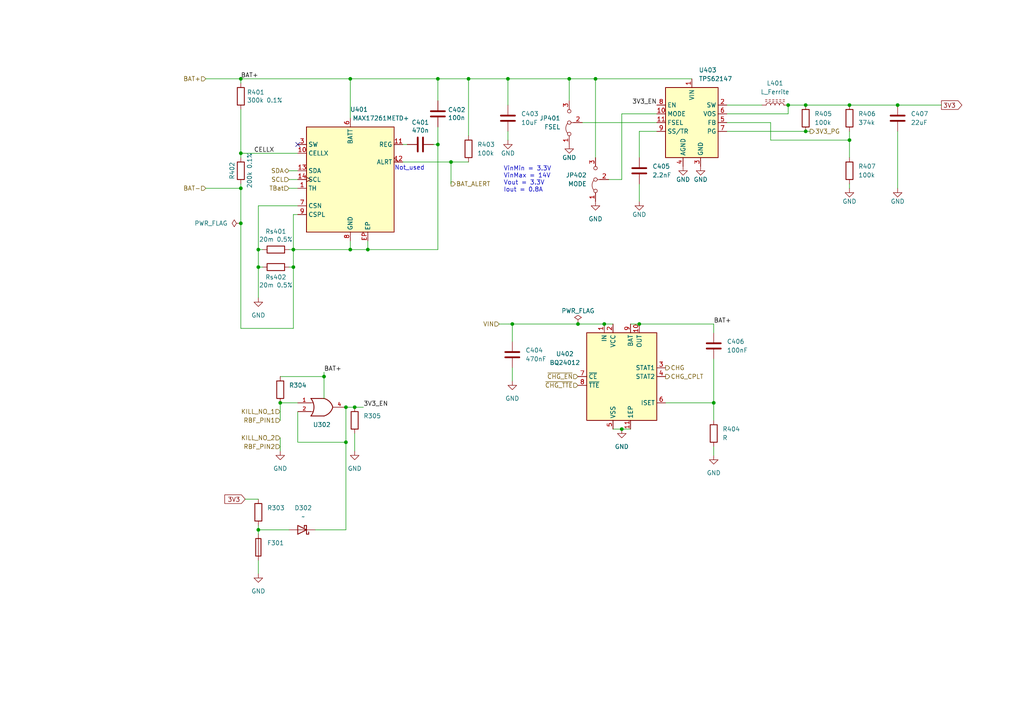
<source format=kicad_sch>
(kicad_sch (version 20211123) (generator eeschema)
  (paper "A4")
  (lib_symbols
    (symbol "74xGxx:74AUP1G32" (pin_names (offset 1.016))
      (property "Reference" "U" (at -2.54 3.81 0))
      (property "Value" "74AUP1G32" (at 0 -3.81 0))
      (symbol "74AUP1G32_0_1"
        (arc (start -3.81 -2.54) (mid -2.919 0) (end -3.81 2.54) (stroke (width 0.254)))
        (arc (start 0 -2.54) (mid 1.5993 -1.6027) (end 2.54 0) (stroke (width 0.254)))
        (polyline (pts (xy -3.81 -1.27) (xy -3.175 -1.27)))
        (polyline (pts (xy -3.81 1.27) (xy -3.175 1.27)))
        (polyline (pts (xy 0 -2.54) (xy -3.81 -2.54)) (stroke (width 0.254)) (fill (type background)))
        (polyline (pts (xy 0 2.54) (xy -3.81 2.54)) (stroke (width 0.254)) (fill (type background)))
        (arc (start 2.54 0) (mid 1.6119 1.6152) (end 0 2.54) (stroke (width 0.254)))
      )
      (symbol "74AUP1G32_1_1"
        (pin input line (at -7.62 1.27 0) (length 3.81) (name "~") (number "1"))
        (pin input line (at -7.62 -1.27 0) (length 3.81) (name "~") (number "2"))
        (pin power_in line (at 0 -2.54 270) (length 0) hide (name "GND") (number "3"))
        (pin output line (at 6.35 0 180) (length 3.81) (name "~") (number "4"))
        (pin power_in line (at 0 2.54 90) (length 0) hide (name "VCC") (number "5"))
      )
    )
    (symbol "Device:C" (pin_numbers hide) (pin_names (offset 0.254))
      (property "Reference" "C" (at 0.635 2.54 0))
      (property "Value" "C" (at 0.635 -2.54 0))
      (symbol "C_0_1"
        (polyline (pts (xy -2.032 -0.762) (xy 2.032 -0.762)) (stroke (width 0.508)))
        (polyline (pts (xy -2.032 0.762) (xy 2.032 0.762)) (stroke (width 0.508)))
      )
      (symbol "C_1_1"
        (pin passive line (at 0 3.81 270) (length 2.794) (name "~") (number "1"))
        (pin passive line (at 0 -3.81 90) (length 2.794) (name "~") (number "2"))
      )
    )
    (symbol "Device:Fuse" (pin_numbers hide) (pin_names (offset 0))
      (property "Reference" "F" (at 2.032 0 90))
      (property "Value" "Fuse" (at -1.905 0 90))
      (symbol "Fuse_0_1"
        (rectangle (start -0.762 -2.54) (end 0.762 2.54) (stroke (width 0.254)))
        (polyline (pts (xy 0 2.54) (xy 0 -2.54)))
      )
      (symbol "Fuse_1_1"
        (pin passive line (at 0 3.81 270) (length 1.27) (name "~") (number "1"))
        (pin passive line (at 0 -3.81 90) (length 1.27) (name "~") (number "2"))
      )
    )
    (symbol "Device:L_Ferrite" (pin_numbers hide) (pin_names (offset 1.016) hide)
      (property "Reference" "L" (at -1.27 0 90))
      (property "Value" "L_Ferrite" (at 2.794 0 90))
      (symbol "L_Ferrite_0_1"
        (arc (start 0 -2.54) (mid 0.635 -1.905) (end 0 -1.27))
        (arc (start 0 -1.27) (mid 0.635 -0.635) (end 0 0))
        (polyline (pts (xy 1.016 -2.794) (xy 1.016 -2.286)))
        (polyline (pts (xy 1.016 -1.778) (xy 1.016 -1.27)))
        (polyline (pts (xy 1.016 -0.762) (xy 1.016 -0.254)))
        (polyline (pts (xy 1.016 0.254) (xy 1.016 0.762)))
        (polyline (pts (xy 1.016 1.27) (xy 1.016 1.778)))
        (polyline (pts (xy 1.016 2.286) (xy 1.016 2.794)))
        (polyline (pts (xy 1.524 -2.286) (xy 1.524 -2.794)))
        (polyline (pts (xy 1.524 -1.27) (xy 1.524 -1.778)))
        (polyline (pts (xy 1.524 -0.254) (xy 1.524 -0.762)))
        (polyline (pts (xy 1.524 0.762) (xy 1.524 0.254)))
        (polyline (pts (xy 1.524 1.778) (xy 1.524 1.27)))
        (polyline (pts (xy 1.524 2.794) (xy 1.524 2.286)))
        (arc (start 0 0) (mid 0.635 0.635) (end 0 1.27))
        (arc (start 0 1.27) (mid 0.635 1.905) (end 0 2.54))
      )
      (symbol "L_Ferrite_1_1"
        (pin passive line (at 0 3.81 270) (length 1.27) (name "1") (number "1"))
        (pin passive line (at 0 -3.81 90) (length 1.27) (name "2") (number "2"))
      )
    )
    (symbol "Device:R" (pin_numbers hide) (pin_names (offset 0))
      (property "Reference" "R" (at 2.032 0 90))
      (property "Value" "R" (at 0 0 90))
      (symbol "R_0_1"
        (rectangle (start -1.016 -2.54) (end 1.016 2.54) (stroke (width 0.254)))
      )
      (symbol "R_1_1"
        (pin passive line (at 0 3.81 270) (length 1.27) (name "~") (number "1"))
        (pin passive line (at 0 -3.81 90) (length 1.27) (name "~") (number "2"))
      )
    )
    (symbol "Jumper:Jumper_3_Bridged12" (pin_names (offset 0) hide)
      (property "Reference" "JP" (at -2.54 -2.54 0))
      (property "Value" "Jumper_3_Bridged12" (at 0 2.794 0))
      (symbol "Jumper_3_Bridged12_0_0"
        (circle (center -3.302 0) (radius 0.508))
        (circle (center 0 0) (radius 0.508))
        (circle (center 3.302 0) (radius 0.508))
      )
      (symbol "Jumper_3_Bridged12_0_1"
        (arc (start -0.254 0.508) (mid -1.651 0.9912) (end -3.048 0.508))
        (polyline (pts (xy 0 -1.27) (xy 0 -0.508)))
      )
      (symbol "Jumper_3_Bridged12_1_1"
        (pin passive line (at -6.35 0 0) (length 2.54) (name "A") (number "1"))
        (pin passive line (at 0 -3.81 90) (length 2.54) (name "C") (number "2"))
        (pin passive line (at 6.35 0 180) (length 2.54) (name "B") (number "3"))
      )
    )
    (symbol "lsf-kicad:BQ24013"
      (property "Reference" "U401" (at -16.51 4.3307 0))
      (property "Value" "BQ24013" (at -16.51 1.7907 0))
      (symbol "BQ24013_0_1"
        (rectangle (start -10.16 12.7) (end 10.16 -12.7) (stroke (width 0.254)) (fill (type background)))
      )
      (symbol "BQ24013_1_1"
        (pin power_in line (at -5.08 15.24 270) (length 2.54) (name "IN") (number "1"))
        (pin power_out line (at 5.08 15.24 270) (length 2.54) (name "OUT") (number "10"))
        (pin passive line (at 2.54 -15.24 90) (length 2.54) (name "1EP") (number "11"))
        (pin power_in line (at -2.54 15.24 270) (length 2.54) (name "VCC") (number "2"))
        (pin open_collector line (at 12.7 2.54 180) (length 2.54) (name "STAT1") (number "3"))
        (pin open_collector line (at 12.7 0 180) (length 2.54) (name "STAT2") (number "4"))
        (pin power_in line (at -2.54 -15.24 90) (length 2.54) (name "VSS") (number "5"))
        (pin output line (at 12.7 -7.62 180) (length 2.54) (name "ISET") (number "6"))
        (pin input line (at -12.7 0 0) (length 2.54) (name "~{CE}") (number "7"))
        (pin input line (at -12.7 -2.54 0) (length 2.54) (name "~{TTE}") (number "8"))
        (pin input line (at 2.54 15.24 270) (length 2.54) (name "BAT") (number "9"))
      )
    )
    (symbol "lsf-kicad:CDBU40-HF" (pin_numbers hide) (pin_names hide)
      (property "Reference" "D" (at 0.3175 6.35 0))
      (property "Value" "CDBU40-HF" (at 0.3175 3.81 0))
      (symbol "CDBU40-HF_0_1"
        (polyline (pts (xy 1.27 0) (xy -1.27 0)))
        (polyline (pts (xy 1.27 1.27) (xy 1.27 -1.27) (xy -1.27 0) (xy 1.27 1.27)) (stroke (width 0.254)))
        (polyline (pts (xy -1.905 0.635) (xy -1.905 1.27) (xy -1.27 1.27) (xy -1.27 -1.27) (xy -0.635 -1.27) (xy -0.635 -0.635)) (stroke (width 0.254)))
      )
      (symbol "CDBU40-HF_1_1"
        (pin passive line (at -3.81 0 0) (length 2.54) (name "K") (number "1"))
        (pin passive line (at 3.81 0 180) (length 2.54) (name "A") (number "2"))
      )
    )
    (symbol "lsf-kicad:MAX17261METD+"
      (property "Reference" "U" (at 0 5.08 0))
      (property "Value" "MAX17261METD+" (at 0 1.27 0))
      (symbol "MAX17261METD+_0_1"
        (rectangle (start -12.7 15.24) (end 12.7 -15.24) (stroke (width 0.254)) (fill (type background)))
      )
      (symbol "MAX17261METD+_1_1"
        (pin input line (at -15.24 -2.54 0) (length 2.54) (name "TH") (number "1"))
        (pin passive line (at -15.24 7.62 0) (length 2.54) (name "CELLX") (number "10"))
        (pin power_out line (at 15.24 10.16 180) (length 2.54) (name "REG") (number "11"))
        (pin open_collector output_low (at 15.24 5.08 180) (length 2.54) (name "ALRT") (number "12"))
        (pin bidirectional line (at -15.24 2.54 0) (length 2.54) (name "SDA") (number "13"))
        (pin input clock (at -15.24 0 0) (length 2.54) (name "SCL") (number "14"))
        (pin no_connect line (at -10.16 -17.78 90) (length 2.54) hide (name "NC") (number "2"))
        (pin output line (at -15.24 10.16 0) (length 2.54) (name "SW") (number "3"))
        (pin no_connect line (at -7.62 -17.78 90) (length 2.54) hide (name "NC") (number "4"))
        (pin no_connect line (at -5.08 -17.78 90) (length 2.54) hide (name "NC") (number "5"))
        (pin power_in line (at 0 17.78 270) (length 2.54) (name "BATT") (number "6"))
        (pin passive line (at -15.24 -7.62 0) (length 2.54) (name "CSN") (number "7"))
        (pin power_in line (at 0 -17.78 90) (length 2.54) (name "GND") (number "8"))
        (pin passive line (at -15.24 -10.16 0) (length 2.54) (name "CSPL") (number "9"))
        (pin power_in line (at 5.08 -17.78 90) (length 2.54) (name "EP") (number "EP"))
      )
    )
    (symbol "lsf-kicad:TPS62147"
      (property "Reference" "U" (at -7.62 12.7 0))
      (property "Value" "TPS62147" (at 7.62 12.7 0))
      (symbol "TPS62147_0_1"
        (rectangle (start -7.62 10.16) (end 7.62 -10.16) (stroke (width 0.254)) (fill (type background)))
      )
      (symbol "TPS62147_1_1"
        (pin power_in line (at 0 12.7 270) (length 2.54) (name "VIN") (number "1"))
        (pin input line (at -10.16 2.54 0) (length 2.54) (name "MODE") (number "10"))
        (pin input line (at -10.16 0 0) (length 2.54) (name "FSEL") (number "11"))
        (pin passive line (at 10.16 5.08 180) (length 2.54) (name "SW") (number "2"))
        (pin power_in line (at 2.54 -12.7 90) (length 2.54) (name "GND") (number "3"))
        (pin power_in line (at -2.54 -12.7 90) (length 2.54) (name "AGND") (number "4"))
        (pin input line (at 10.16 0 180) (length 2.54) (name "FB") (number "5"))
        (pin input line (at 10.16 2.54 180) (length 2.54) (name "VOS") (number "6"))
        (pin open_collector line (at 10.16 -2.54 180) (length 2.54) (name "PG") (number "7"))
        (pin input line (at -10.16 5.08 0) (length 2.54) (name "EN") (number "8"))
        (pin input line (at -10.16 -2.54 0) (length 2.54) (name "SS/TR") (number "9"))
      )
    )
    (symbol "power:GND" (power) (pin_names (offset 0))
      (property "Value" "GND" (at 0 -3.81 0))
      (symbol "GND_0_1"
        (polyline (pts (xy 0 0) (xy 0 -1.27) (xy 1.27 -1.27) (xy 0 -2.54) (xy -1.27 -1.27) (xy 0 -1.27)))
      )
      (symbol "GND_1_1"
        (pin power_in line (at 0 0 270) (length 0) hide (name "GND") (number "1"))
      )
    )
    (symbol "power:PWR_FLAG" (power) (pin_numbers hide) (pin_names (offset 0) hide)
      (property "Value" "PWR_FLAG" (at 0 3.81 0))
      (symbol "PWR_FLAG_0_0"
        (pin power_out line (at 0 0 90) (length 0) (name "pwr") (number "1"))
      )
      (symbol "PWR_FLAG_0_1"
        (polyline (pts (xy 0 0) (xy 0 1.27) (xy -1.016 1.905) (xy 0 2.54) (xy 1.016 1.905) (xy 0 1.27)))
      )
    )
  )
  (junction (at 102.87 118.11))
  (junction (at 101.6 22.86))
  (junction (at 81.28 116.84))
  (junction (at 74.93 72.39))
  (junction (at 135.89 22.86))
  (junction (at 93.98 109.22))
  (junction (at 69.85 22.86))
  (junction (at 233.68 38.1))
  (junction (at 165.1 22.86))
  (junction (at 100.33 118.11))
  (junction (at 246.38 30.48))
  (junction (at 167.64 93.98))
  (junction (at 85.09 77.47))
  (junction (at 74.93 153.67))
  (junction (at 207.01 116.84))
  (junction (at 260.35 30.48))
  (junction (at 233.68 30.48))
  (junction (at 100.33 128.27))
  (junction (at 69.85 44.45))
  (junction (at 147.32 22.86))
  (junction (at 175.26 93.98))
  (junction (at 246.38 40.64))
  (junction (at 148.59 93.98))
  (junction (at 69.85 54.61))
  (junction (at 85.09 72.39))
  (junction (at 130.81 46.99))
  (junction (at 74.93 77.47))
  (junction (at 127 22.86))
  (junction (at 101.6 72.39))
  (junction (at 185.42 93.98))
  (junction (at 106.68 72.39))
  (junction (at 172.72 22.86))
  (junction (at 228.6 30.48))
  (junction (at 69.85 64.77))
  (junction (at 127 41.91))
  (junction (at 180.34 124.46))
  (no_connect (at 86.36 41.91))
  (wire (pts (xy 81.28 116.84) (xy 86.36 116.84)))
  (wire (pts (xy 223.52 40.64) (xy 246.38 40.64)))
  (wire (pts (xy 207.01 104.14) (xy 207.01 116.84)))
  (wire (pts (xy 100.33 118.11) (xy 102.87 118.11)))
  (wire (pts (xy 86.36 128.27) (xy 100.33 128.27)))
  (wire (pts (xy 81.28 127) (xy 81.28 130.81)))
  (wire (pts (xy 101.6 34.29) (xy 101.6 22.86)))
  (wire (pts (xy 167.64 93.98) (xy 175.26 93.98)))
  (wire (pts (xy 101.6 69.85) (xy 101.6 72.39)))
  (wire (pts (xy 207.01 121.92) (xy 207.01 116.84)))
  (wire (pts (xy 127 41.91) (xy 127 72.39)))
  (wire (pts (xy 246.38 30.48) (xy 233.68 30.48)))
  (wire (pts (xy 69.85 44.45) (xy 69.85 45.72)))
  (wire (pts (xy 207.01 93.98) (xy 207.01 96.52)))
  (wire (pts (xy 233.68 38.1) (xy 210.82 38.1)))
  (wire (pts (xy 69.85 64.77) (xy 69.85 95.25)))
  (wire (pts (xy 228.6 33.02) (xy 228.6 30.48)))
  (wire (pts (xy 86.36 59.69) (xy 74.93 59.69)))
  (wire (pts (xy 69.85 54.61) (xy 69.85 53.34)))
  (wire (pts (xy 165.1 22.86) (xy 165.1 29.21)))
  (wire (pts (xy 127 41.91) (xy 125.73 41.91)))
  (wire (pts (xy 100.33 153.67) (xy 100.33 128.27)))
  (wire (pts (xy 106.68 72.39) (xy 127 72.39)))
  (wire (pts (xy 74.93 153.67) (xy 74.93 154.94)))
  (wire (pts (xy 185.42 93.98) (xy 207.01 93.98)))
  (wire (pts (xy 234.95 38.1) (xy 233.68 38.1)))
  (wire (pts (xy 207.01 116.84) (xy 193.04 116.84)))
  (wire (pts (xy 59.69 22.86) (xy 69.85 22.86)))
  (wire (pts (xy 210.82 30.48) (xy 220.98 30.48)))
  (wire (pts (xy 91.44 153.67) (xy 100.33 153.67)))
  (wire (pts (xy 246.38 54.61) (xy 246.38 53.34)))
  (wire (pts (xy 180.34 52.07) (xy 176.53 52.07)))
  (wire (pts (xy 74.93 153.67) (xy 83.82 153.67)))
  (wire (pts (xy 175.26 93.98) (xy 177.8 93.98)))
  (wire (pts (xy 83.82 52.07) (xy 86.36 52.07)))
  (wire (pts (xy 93.98 107.95) (xy 93.98 109.22)))
  (wire (pts (xy 86.36 62.23) (xy 85.09 62.23)))
  (wire (pts (xy 101.6 22.86) (xy 127 22.86)))
  (wire (pts (xy 116.84 41.91) (xy 118.11 41.91)))
  (wire (pts (xy 74.93 77.47) (xy 74.93 86.36)))
  (wire (pts (xy 246.38 40.64) (xy 246.38 38.1)))
  (wire (pts (xy 135.89 22.86) (xy 135.89 39.37)))
  (wire (pts (xy 69.85 54.61) (xy 69.85 64.77)))
  (wire (pts (xy 76.2 77.47) (xy 74.93 77.47)))
  (wire (pts (xy 69.85 22.86) (xy 69.85 24.13)))
  (wire (pts (xy 127 22.86) (xy 135.89 22.86)))
  (wire (pts (xy 86.36 54.61) (xy 83.82 54.61)))
  (wire (pts (xy 130.81 46.99) (xy 130.81 53.34)))
  (wire (pts (xy 69.85 95.25) (xy 85.09 95.25)))
  (wire (pts (xy 106.68 72.39) (xy 101.6 72.39)))
  (wire (pts (xy 147.32 30.48) (xy 147.32 22.86)))
  (wire (pts (xy 69.85 31.75) (xy 69.85 44.45)))
  (wire (pts (xy 180.34 33.02) (xy 180.34 52.07)))
  (wire (pts (xy 116.84 46.99) (xy 130.81 46.99)))
  (wire (pts (xy 81.28 109.22) (xy 93.98 109.22)))
  (wire (pts (xy 185.42 53.34) (xy 185.42 58.42)))
  (wire (pts (xy 130.81 46.99) (xy 135.89 46.99)))
  (wire (pts (xy 147.32 22.86) (xy 165.1 22.86)))
  (wire (pts (xy 86.36 119.38) (xy 86.36 128.27)))
  (wire (pts (xy 210.82 33.02) (xy 228.6 33.02)))
  (wire (pts (xy 223.52 35.56) (xy 223.52 40.64)))
  (wire (pts (xy 71.12 144.78) (xy 74.93 144.78)))
  (wire (pts (xy 74.93 162.56) (xy 74.93 166.37)))
  (wire (pts (xy 172.72 22.86) (xy 200.66 22.86)))
  (wire (pts (xy 83.82 49.53) (xy 86.36 49.53)))
  (wire (pts (xy 148.59 93.98) (xy 167.64 93.98)))
  (wire (pts (xy 106.68 69.85) (xy 106.68 72.39)))
  (wire (pts (xy 74.93 77.47) (xy 74.93 72.39)))
  (wire (pts (xy 59.69 54.61) (xy 69.85 54.61)))
  (wire (pts (xy 144.78 93.98) (xy 148.59 93.98)))
  (wire (pts (xy 148.59 93.98) (xy 148.59 99.06)))
  (wire (pts (xy 100.33 128.27) (xy 100.33 118.11)))
  (wire (pts (xy 210.82 35.56) (xy 223.52 35.56)))
  (wire (pts (xy 260.35 30.48) (xy 273.05 30.48)))
  (wire (pts (xy 168.91 35.56) (xy 190.5 35.56)))
  (wire (pts (xy 127 41.91) (xy 127 36.83)))
  (wire (pts (xy 135.89 22.86) (xy 147.32 22.86)))
  (wire (pts (xy 190.5 38.1) (xy 185.42 38.1)))
  (wire (pts (xy 74.93 72.39) (xy 76.2 72.39)))
  (wire (pts (xy 180.34 124.46) (xy 182.88 124.46)))
  (wire (pts (xy 182.88 93.98) (xy 185.42 93.98)))
  (wire (pts (xy 74.93 152.4) (xy 74.93 153.67)))
  (wire (pts (xy 233.68 30.48) (xy 228.6 30.48)))
  (wire (pts (xy 85.09 72.39) (xy 101.6 72.39)))
  (wire (pts (xy 85.09 62.23) (xy 85.09 72.39)))
  (wire (pts (xy 102.87 125.73) (xy 102.87 130.81)))
  (wire (pts (xy 85.09 95.25) (xy 85.09 77.47)))
  (wire (pts (xy 69.85 44.45) (xy 86.36 44.45)))
  (wire (pts (xy 147.32 40.64) (xy 147.32 38.1)))
  (wire (pts (xy 246.38 40.64) (xy 246.38 45.72)))
  (wire (pts (xy 260.35 54.61) (xy 260.35 38.1)))
  (wire (pts (xy 102.87 118.11) (xy 105.41 118.11)))
  (wire (pts (xy 81.28 116.84) (xy 81.28 121.92)))
  (wire (pts (xy 246.38 30.48) (xy 260.35 30.48)))
  (wire (pts (xy 165.1 22.86) (xy 172.72 22.86)))
  (wire (pts (xy 93.98 109.22) (xy 93.98 115.57)))
  (wire (pts (xy 207.01 132.08) (xy 207.01 129.54)))
  (wire (pts (xy 177.8 124.46) (xy 180.34 124.46)))
  (wire (pts (xy 74.93 59.69) (xy 74.93 72.39)))
  (wire (pts (xy 148.59 106.68) (xy 148.59 110.49)))
  (wire (pts (xy 190.5 33.02) (xy 180.34 33.02)))
  (wire (pts (xy 127 29.21) (xy 127 22.86)))
  (wire (pts (xy 101.6 22.86) (xy 69.85 22.86)))
  (wire (pts (xy 85.09 72.39) (xy 85.09 77.47)))
  (wire (pts (xy 85.09 77.47) (xy 83.82 77.47)))
  (wire (pts (xy 185.42 38.1) (xy 185.42 45.72)))
  (wire (pts (xy 172.72 22.86) (xy 172.72 45.72)))
  (wire (pts (xy 83.82 72.39) (xy 85.09 72.39)))
  (text "Not_used" (at 123.19 49.53 180) (effects (font (size 1.27 1.27)) (justify right bottom)))
  (text "VinMin = 3.3V\nVinMax = 14V\nVout = 3.3V\nIout = 0.8A" (at 146.05 55.88 0) (effects (font (size 1.27 1.27)) (justify left bottom)))
  (label "BAT+" (at 93.98 107.95 0))
  (label "3V3_EN" (at 190.5 30.48 180))
  (label "BAT+" (at 207.01 93.98 0))
  (label "BAT+" (at 69.85 22.86 0))
  (label "3V3_EN" (at 105.41 118.11 0))
  (label "CELLX" (at 73.66 44.45 0))
  (global_label "3V3" (shape output) (at 273.05 30.48 0) (property "Intersheet References" "${INTERSHEET_REFS}" (effects hide)))
  (global_label "3V3" (shape input) (at 71.12 144.78 180) (property "Intersheet References" "${INTERSHEET_REFS}" (effects hide)))
  (hierarchical_label "RBF_PIN2" (shape input) (at 81.28 129.54 180))
  (hierarchical_label "KILL_NO_2" (shape input) (at 81.28 127 180))
  (hierarchical_label "~{CHG_EN}" (shape input) (at 167.64 109.22 180))
  (hierarchical_label "BAT+" (shape input) (at 59.69 22.86 180))
  (hierarchical_label "RBF_PIN1" (shape input) (at 81.28 121.92 180))
  (hierarchical_label "~{CHG_TTE}" (shape input) (at 167.64 111.76 180))
  (hierarchical_label "SDA" (shape bidirectional) (at 83.82 49.53 180))
  (hierarchical_label "3V3_PG" (shape output) (at 234.95 38.1 0))
  (hierarchical_label "TBat" (shape input) (at 83.82 54.61 180))
  (hierarchical_label "VIN" (shape input) (at 144.78 93.98 180))
  (hierarchical_label "CHG" (shape output) (at 193.04 106.68 0))
  (hierarchical_label "CHG_CPLT" (shape output) (at 193.04 109.22 0))
  (hierarchical_label "SCL" (shape input) (at 83.82 52.07 180))
  (hierarchical_label "BAT-" (shape input) (at 59.69 54.61 180))
  (hierarchical_label "BAT_ALERT" (shape output) (at 130.81 53.34 0))
  (hierarchical_label "KILL_NO_1" (shape input) (at 81.28 119.38 180))
  (symbol (lib_id "lsf-kicad:TPS62147") (at 200.66 35.56 0) (unit 1)
    (property "Reference" "U403" (at 202.6794 20.32 0) (effects (justify left)))
    (property "Value" "TPS62147" (at 202.6794 22.86 0) (effects (justify left)))
    (property "Footprint" "lsf-kicad-lib:Texas_RGX0011A" (effects hide))
    (property "Datasheet" "https://www.ti.com/lit/ds/symlink/tps62147.pdf" (effects hide))
    (property "Part Number" "TPS62147" (effects hide))
  )
  (symbol (lib_id "power:GND") (at 74.93 166.37 0) (unit 1)
    (property "Reference" "#PWR0114" (effects hide))
  )
  (symbol (lib_id "Device:C") (at 185.42 49.53 0) (unit 1)
    (property "Reference" "C405" (at 189.23 48.2599 0) (effects (justify left)))
    (property "Value" "2.2nF" (at 189.23 50.7999 0) (effects (justify left)))
    (property "Footprint" "Capacitor_SMD:C_0402_1005Metric" (effects hide))
    (property "PartNumber" "GRM155R71E222KA01D" (effects hide))
    (property "Part Number" "GRM155R71E222KA01D" (effects hide))
  )
  (symbol (lib_id "Device:R") (at 207.01 125.73 0) (unit 1)
    (property "Reference" "R404" (at 209.55 124.4599 0) (effects (justify left)))
    (property "Value" "R" (at 209.55 126.9999 0) (effects (justify left)))
    (property "Footprint" "Resistor_SMD:R_0402_1005Metric" (effects hide))
  )
  (symbol (lib_id "Device:C") (at 148.59 102.87 0) (unit 1)
    (property "Reference" "C404" (at 152.4 101.5999 0) (effects (justify left)))
    (property "Value" "470nF" (at 152.4 104.1399 0) (effects (justify left)))
    (property "Footprint" "Capacitor_SMD:C_0402_1005Metric" (effects hide))
  )
  (symbol (lib_id "power:GND") (at 165.1 41.91 0) (unit 1)
    (property "Reference" "#PWR0404" (effects hide))
    (property "Value" "GND" (at 165.1 45.72 0))
  )
  (symbol (lib_id "Device:R") (at 80.01 72.39 270) (unit 1)
    (property "Reference" "Rs401" (at 80.01 67.1322 90))
    (property "Value" "20m 0.5%" (at 80.01 69.4436 90))
    (property "Footprint" "Resistor_SMD:R_0603_1608Metric" (effects hide))
    (property "Part Number" "PE0402FRF070R02L" (effects hide))
    (property "PartNumber" "PE0603FRF070R02L" (effects hide))
  )
  (symbol (lib_id "Device:C") (at 207.01 100.33 0) (unit 1)
    (property "Reference" "C406" (at 210.82 99.0599 0) (effects (justify left)))
    (property "Value" "100nF" (at 210.82 101.5999 0) (effects (justify left)))
    (property "Footprint" "Capacitor_SMD:C_0402_1005Metric" (effects hide))
  )
  (symbol (lib_id "Jumper:Jumper_3_Bridged12") (at 165.1 35.56 90) (unit 1)
    (property "Reference" "JP401" (at 162.56 34.2899 90) (effects (justify left)))
    (property "Value" "FSEL" (at 162.56 36.8299 90) (effects (justify left)))
    (property "Footprint" "Jumper:SolderJumper-3_P1.3mm_Bridged2Bar12_Pad1.0x1.5mm_NumberLabels" (effects hide))
  )
  (symbol (lib_id "Device:R") (at 81.28 113.03 0) (unit 1)
    (property "Reference" "R304" (at 83.82 111.7599 0) (effects (justify left)))
  )
  (symbol (lib_id "power:PWR_FLAG") (at 167.64 93.98 0) (unit 1)
    (property "Reference" "#FLG0402" (effects hide))
    (property "Value" "PWR_FLAG" (at 167.64 90.17 0))
  )
  (symbol (lib_id "Device:R") (at 233.68 34.29 0) (unit 1)
    (property "Reference" "R405" (at 236.22 33.0199 0) (effects (justify left)))
    (property "Value" "100k" (at 236.22 35.5599 0) (effects (justify left)))
    (property "Footprint" "Resistor_SMD:R_0402_1005Metric" (effects hide))
    (property "Part Number" "CRCW0402100KFKED" (effects hide))
  )
  (symbol (lib_id "power:GND") (at 185.42 58.42 0) (unit 1)
    (property "Reference" "#PWR0407" (effects hide))
    (property "Value" "GND" (at 185.42 62.23 0))
  )
  (symbol (lib_id "power:GND") (at 180.34 124.46 0) (unit 1)
    (property "Reference" "#PWR0406" (effects hide))
    (property "Value" "GND" (at 180.34 129.54 0))
  )
  (symbol (lib_id "Jumper:Jumper_3_Bridged12") (at 172.72 52.07 90) (unit 1)
    (property "Reference" "JP402" (at 170.18 50.7999 90) (effects (justify left)))
    (property "Value" "MODE" (at 170.18 53.3399 90) (effects (justify left)))
    (property "Footprint" "Jumper:SolderJumper-3_P1.3mm_Bridged2Bar12_Pad1.0x1.5mm_NumberLabels" (effects hide))
  )
  (symbol (lib_id "power:GND") (at 81.28 130.81 0) (unit 1)
    (property "Reference" "#PWR0112" (effects hide))
  )
  (symbol (lib_id "Device:C") (at 260.35 34.29 0) (unit 1)
    (property "Reference" "C407" (at 264.16 33.0199 0) (effects (justify left)))
    (property "Value" "22uF" (at 264.16 35.5599 0) (effects (justify left)))
    (property "Footprint" "Capacitor_SMD:C_0603_1608Metric" (effects hide))
    (property "Part Number" "GRM188R60J226MEA0D" (effects hide))
  )
  (symbol (lib_id "lsf-kicad:MAX17261METD+") (at 101.6 52.07 0) (unit 1)
    (property "Reference" "U401" (at 104.14 31.75 0))
    (property "Value" "MAX17261METD+" (at 110.49 34.29 0))
    (property "Footprint" "lsf-kicad-lib:TDFN-14-1EP_3x3mm_P0.4mm_EP1.7x2.3mm" (effects hide))
    (property "Datasheet" "https://datasheets.maximintegrated.com/en/ds/MAX17261.pdf" (effects hide))
    (property "Part Number" "MAX17261METD+" (effects hide))
    (property "PartNumber" "MAX17261METD+" (effects hide))
  )
  (symbol (lib_id "Device:R") (at 246.38 49.53 0) (unit 1)
    (property "Reference" "R407" (at 248.92 48.2599 0) (effects (justify left)))
    (property "Value" "100k" (at 248.92 50.7999 0) (effects (justify left)))
    (property "Footprint" "Resistor_SMD:R_0402_1005Metric" (effects hide))
    (property "Part Number" "CRCW0402100KFKED" (effects hide))
  )
  (symbol (lib_id "Device:R") (at 74.93 148.59 0) (unit 1)
    (property "Reference" "R303" (at 77.47 147.3199 0) (effects (justify left)))
  )
  (symbol (lib_id "power:GND") (at 207.01 132.08 0) (unit 1)
    (property "Reference" "#PWR0410" (effects hide))
    (property "Value" "GND" (at 207.01 137.16 0))
  )
  (symbol (lib_id "Device:L_Ferrite") (at 224.79 30.48 90) (unit 1)
    (property "Reference" "L401" (at 224.79 24.13 90))
    (property "Value" "L_Ferrite" (at 224.79 26.67 90))
    (property "Footprint" "Inductor_SMD:L_Vishay_IHLP-1212" (effects hide))
    (property "Part Number" "IHLP1212BZER1R0M11" (effects hide))
  )
  (symbol (lib_id "lsf-kicad:CDBU40-HF") (at 87.63 153.67 180) (unit 1)
    (property "Reference" "D302" (at 87.9475 147.32 0))
    (property "Value" "~" (at 87.9475 149.86 0))
    (property "Datasheet" "https://www.comchiptech.com/admin/files/product/QW-G1012-CDBU40-HF-RevA321692.pdf" (effects hide))
  )
  (symbol (lib_id "power:GND") (at 147.32 40.64 0) (unit 1)
    (property "Reference" "#PWR0402" (effects hide))
    (property "Value" "GND" (at 147.32 44.45 0))
  )
  (symbol (lib_id "Device:C") (at 121.92 41.91 90) (unit 1)
    (property "Reference" "C401" (at 121.92 35.5092 90))
    (property "Value" "470n" (at 121.92 37.8206 90))
    (property "Footprint" "Capacitor_SMD:C_0603_1608Metric" (effects hide))
    (property "Part Number" "JMK105B7474KVHF" (effects hide))
    (property "PartNumber" "JMK105B7474KVHF" (effects hide))
  )
  (symbol (lib_id "74xGxx:74AUP1G32") (at 93.98 118.11 0) (unit 1)
    (property "Reference" "U302" (at 93.345 123.19 0))
    (property "Datasheet" "https://eu.mouser.com/datasheet/2/916/74AUP1G32_Q100-1597633.pdf" (effects hide))
  )
  (symbol (lib_id "Device:C") (at 147.32 34.29 0) (unit 1)
    (property "Reference" "C403" (at 151.13 33.0199 0) (effects (justify left)))
    (property "Value" "10uF" (at 151.13 35.5599 0) (effects (justify left)))
    (property "Footprint" "Capacitor_SMD:C_1206_3216Metric" (effects hide))
    (property "PartNumber" "GRM31CR61C106KA88L" (effects hide))
    (property "Part Number" "GRM31CR61C106KA88L" (effects hide))
  )
  (symbol (lib_id "power:GND") (at 172.72 58.42 0) (unit 1)
    (property "Reference" "#PWR0405" (effects hide))
    (property "Value" "GND" (at 172.72 63.5 0))
  )
  (symbol (lib_id "power:GND") (at 198.12 48.26 0) (unit 1)
    (property "Reference" "#PWR0408" (effects hide))
    (property "Value" "GND" (at 198.12 52.07 0))
  )
  (symbol (lib_id "Device:R") (at 69.85 49.53 0) (unit 1)
    (property "Reference" "R402" (at 67.31 52.07 90) (effects (justify left)))
    (property "Value" "200k 0.1%" (at 72.39 54.61 90) (effects (justify left)))
    (property "Footprint" "Resistor_SMD:R_0603_1608Metric" (effects hide))
    (property "Part Number" "RN73H1ETTP2003B25" (effects hide))
    (property "PartNumber" "RN73H1ETTP2003B25" (effects hide))
  )
  (symbol (lib_id "Device:R") (at 80.01 77.47 270) (unit 1)
    (property "Reference" "Rs402" (at 80.01 80.391 90))
    (property "Value" "20m 0.5%" (at 80.01 82.7024 90))
    (property "Footprint" "Resistor_SMD:R_0603_1608Metric" (effects hide))
    (property "Part Number" "PE0402FRF070R02L" (effects hide))
    (property "PartNumber" "PE0603FRF070R02L" (effects hide))
  )
  (symbol (lib_id "Device:Fuse") (at 74.93 158.75 0) (unit 1)
    (property "Reference" "F301" (at 77.47 157.4799 0) (effects (justify left)))
  )
  (symbol (lib_id "Device:R") (at 135.89 43.18 180) (unit 1)
    (property "Reference" "R403" (at 138.43 41.9099 0) (effects (justify right)))
    (property "Value" "100k" (at 138.43 44.4499 0) (effects (justify right)))
    (property "Footprint" "Resistor_SMD:R_0603_1608Metric" (effects hide))
  )
  (symbol (lib_id "Device:R") (at 246.38 34.29 0) (unit 1)
    (property "Reference" "R406" (at 248.92 33.0199 0) (effects (justify left)))
    (property "Value" "374k" (at 248.92 35.5599 0) (effects (justify left)))
    (property "Footprint" "Resistor_SMD:R_0402_1005Metric" (effects hide))
    (property "Part Number" "CRCW0402374KFKED" (effects hide))
  )
  (symbol (lib_id "Device:R") (at 69.85 27.94 0) (unit 1)
    (property "Reference" "R401" (at 71.628 26.7716 0) (effects (justify left)))
    (property "Value" "300k 0.1%" (at 71.628 29.083 0) (effects (justify left)))
    (property "Footprint" "Resistor_SMD:R_0603_1608Metric" (effects hide))
    (property "Part Number" "MCS0402MD3003BE000" (effects hide))
    (property "PartNumber" "MCS0402MD3003BE000" (effects hide))
  )
  (symbol (lib_id "power:GND") (at 260.35 54.61 0) (unit 1)
    (property "Reference" "#PWR0412" (effects hide))
    (property "Value" "GND" (at 260.35 58.42 0))
  )
  (symbol (lib_id "Device:C") (at 127 33.02 0) (unit 1)
    (property "Reference" "C402" (at 129.921 31.8516 0) (effects (justify left)))
    (property "Value" "100n" (at 129.921 34.163 0) (effects (justify left)))
    (property "Footprint" "Capacitor_SMD:C_0603_1608Metric" (effects hide))
    (property "Part Number" "CGA2B1X7R1C104K050BC" (effects hide))
    (property "PartNumber" "CGA2B1X7R1C104K050BC" (effects hide))
  )
  (symbol (lib_id "Device:R") (at 102.87 121.92 0) (unit 1)
    (property "Reference" "R305" (at 105.41 120.6499 0) (effects (justify left)))
  )
  (symbol (lib_id "lsf-kicad:BQ24013") (at 180.34 109.22 0) (unit 1)
    (property "Reference" "U402" (at 163.83 102.6412 0))
    (property "Value" "BQ24012" (at 163.83 105.1812 0))
    (property "Footprint" "Package_SON:Texas_DRC0010J_ThermalVias" (effects hide))
    (property "Datasheet" "http://www.ti.com/lit/ds/symlink/bq24012.pdf" (effects hide))
  )
  (symbol (lib_id "power:PWR_FLAG") (at 69.85 64.77 90) (unit 1)
    (property "Reference" "#FLG0401" (effects hide))
    (property "Value" "PWR_FLAG" (at 66.04 64.7699 90) (effects (justify left)))
  )
  (symbol (lib_id "power:GND") (at 246.38 54.61 0) (unit 1)
    (property "Reference" "#PWR0411" (effects hide))
    (property "Value" "GND" (at 246.38 58.42 0))
  )
  (symbol (lib_id "power:GND") (at 148.59 110.49 0) (unit 1)
    (property "Reference" "#PWR0403" (effects hide))
    (property "Value" "GND" (at 148.59 115.57 0))
  )
  (symbol (lib_id "power:GND") (at 74.93 86.36 0) (unit 1)
    (property "Reference" "#PWR0401" (effects hide))
    (property "Value" "GND" (at 74.93 91.44 0))
  )
  (symbol (lib_id "power:GND") (at 102.87 130.81 0) (unit 1)
    (property "Reference" "#PWR0113" (effects hide))
  )
  (symbol (lib_id "power:GND") (at 203.2 48.26 0) (unit 1)
    (property "Reference" "#PWR0409" (effects hide))
    (property "Value" "GND" (at 203.2 52.07 0))
  )
)
</source>
